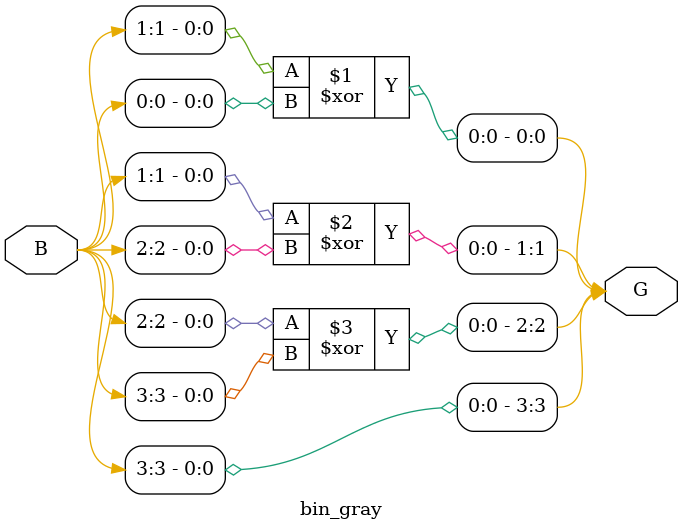
<source format=v>
module bin_gray(B,G);
input [3:0] B;
output [3:0] G;

assign G[0] = B[1]^B[0];
assign G[1] = B[1]^B[2];
assign G[2] = B[2]^B[3];
assign G[3] = B[3];

endmodule



</source>
